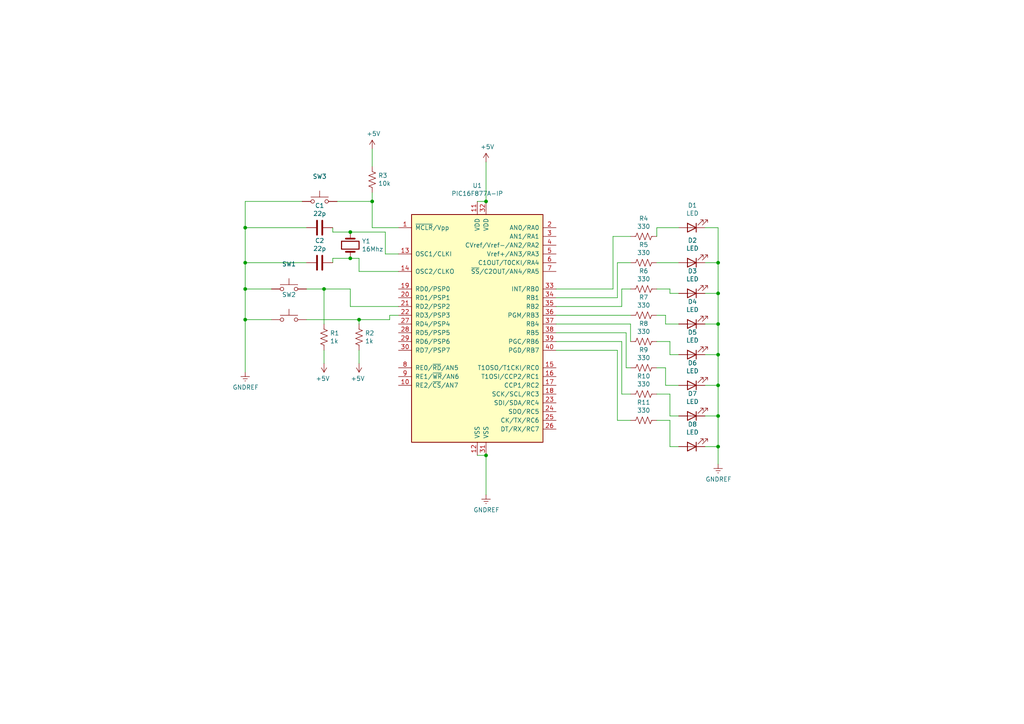
<source format=kicad_sch>
(kicad_sch (version 20211123) (generator eeschema)
  (paper "A4")
  (lib_symbols
    (symbol "Device:C" (pin_numbers hide) (pin_names (offset 0.254))
      (property "Reference" "C" (at 0.635 2.54 0))
      (property "Value" "C" (at 0.635 -2.54 0))
      (symbol "C_0_1"
        (polyline (pts (xy -2.032 -0.762) (xy 2.032 -0.762)) (stroke (width 0.508)))
        (polyline (pts (xy -2.032 0.762) (xy 2.032 0.762)) (stroke (width 0.508)))
      )
      (symbol "C_1_1"
        (pin passive line (at 0 3.81 270) (length 2.794) (name "~") (number "1"))
        (pin passive line (at 0 -3.81 90) (length 2.794) (name "~") (number "2"))
      )
    )
    (symbol "Device:Crystal" (pin_numbers hide) (pin_names (offset 1.016) hide)
      (property "Reference" "Y" (at 0 3.81 0))
      (property "Value" "Crystal" (at 0 -3.81 0))
      (symbol "Crystal_0_1"
        (rectangle (start -1.143 2.54) (end 1.143 -2.54) (stroke (width 0.3048)))
        (polyline (pts (xy -2.54 0) (xy -1.905 0)))
        (polyline (pts (xy -1.905 -1.27) (xy -1.905 1.27)) (stroke (width 0.508)))
        (polyline (pts (xy 1.905 -1.27) (xy 1.905 1.27)) (stroke (width 0.508)))
        (polyline (pts (xy 2.54 0) (xy 1.905 0)))
      )
      (symbol "Crystal_1_1"
        (pin passive line (at -3.81 0 0) (length 1.27) (name "1") (number "1"))
        (pin passive line (at 3.81 0 180) (length 1.27) (name "2") (number "2"))
      )
    )
    (symbol "Device:LED" (pin_numbers hide) (pin_names (offset 1.016) hide)
      (property "Reference" "D" (at 0 2.54 0))
      (property "Value" "LED" (at 0 -2.54 0))
      (symbol "LED_0_1"
        (polyline (pts (xy -1.27 -1.27) (xy -1.27 1.27)) (stroke (width 0.254)))
        (polyline (pts (xy -1.27 0) (xy 1.27 0)))
        (polyline (pts (xy 1.27 -1.27) (xy 1.27 1.27) (xy -1.27 0) (xy 1.27 -1.27)) (stroke (width 0.254)))
        (polyline (pts (xy -3.048 -0.762) (xy -4.572 -2.286) (xy -3.81 -2.286) (xy -4.572 -2.286) (xy -4.572 -1.524)))
        (polyline (pts (xy -1.778 -0.762) (xy -3.302 -2.286) (xy -2.54 -2.286) (xy -3.302 -2.286) (xy -3.302 -1.524)))
      )
      (symbol "LED_1_1"
        (pin passive line (at -3.81 0 0) (length 2.54) (name "K") (number "1"))
        (pin passive line (at 3.81 0 180) (length 2.54) (name "A") (number "2"))
      )
    )
    (symbol "Device:R_US" (pin_numbers hide) (pin_names (offset 0))
      (property "Reference" "R" (at 2.54 0 90))
      (property "Value" "R_US" (at -2.54 0 90))
      (symbol "R_US_0_1"
        (polyline (pts (xy 0 -2.286) (xy 0 -2.54)))
        (polyline (pts (xy 0 2.286) (xy 0 2.54)))
        (polyline (pts (xy 0 -0.762) (xy 1.016 -1.143) (xy 0 -1.524) (xy -1.016 -1.905) (xy 0 -2.286)))
        (polyline (pts (xy 0 0.762) (xy 1.016 0.381) (xy 0 0) (xy -1.016 -0.381) (xy 0 -0.762)))
        (polyline (pts (xy 0 2.286) (xy 1.016 1.905) (xy 0 1.524) (xy -1.016 1.143) (xy 0 0.762)))
      )
      (symbol "R_US_1_1"
        (pin passive line (at 0 3.81 270) (length 1.27) (name "~") (number "1"))
        (pin passive line (at 0 -3.81 90) (length 1.27) (name "~") (number "2"))
      )
    )
    (symbol "MCU_Microchip_PIC16:PIC16F877A-IP" (pin_names (offset 1.016))
      (property "Reference" "U" (at 5.08 35.56 0))
      (property "Value" "PIC16F877A-IP" (at 5.08 33.02 0))
      (symbol "PIC16F877A-IP_0_1"
        (rectangle (start -19.05 31.75) (end 19.05 -34.29) (stroke (width 0.254)) (fill (type background)))
      )
      (symbol "PIC16F877A-IP_1_1"
        (pin input line (at -22.86 27.94 0) (length 3.81) (name "~{MCLR}/Vpp") (number "1"))
        (pin bidirectional line (at -22.86 -17.78 0) (length 3.81) (name "RE2/~{CS}/AN7") (number "10"))
        (pin power_in line (at 0 35.56 270) (length 3.81) (name "VDD") (number "11"))
        (pin power_in line (at 0 -38.1 90) (length 3.81) (name "VSS") (number "12"))
        (pin input line (at -22.86 20.32 0) (length 3.81) (name "OSC1/CLKI") (number "13"))
        (pin output line (at -22.86 15.24 0) (length 3.81) (name "OSC2/CLKO") (number "14"))
        (pin bidirectional line (at 22.86 -12.7 180) (length 3.81) (name "T1OSO/T1CKI/RC0") (number "15"))
        (pin bidirectional line (at 22.86 -15.24 180) (length 3.81) (name "T1OSI/CCP2/RC1") (number "16"))
        (pin bidirectional line (at 22.86 -17.78 180) (length 3.81) (name "CCP1/RC2") (number "17"))
        (pin bidirectional line (at 22.86 -20.32 180) (length 3.81) (name "SCK/SCL/RC3") (number "18"))
        (pin bidirectional line (at -22.86 10.16 0) (length 3.81) (name "RD0/PSP0") (number "19"))
        (pin bidirectional line (at 22.86 27.94 180) (length 3.81) (name "AN0/RA0") (number "2"))
        (pin bidirectional line (at -22.86 7.62 0) (length 3.81) (name "RD1/PSP1") (number "20"))
        (pin bidirectional line (at -22.86 5.08 0) (length 3.81) (name "RD2/PSP2") (number "21"))
        (pin bidirectional line (at -22.86 2.54 0) (length 3.81) (name "RD3/PSP3") (number "22"))
        (pin bidirectional line (at 22.86 -22.86 180) (length 3.81) (name "SDI/SDA/RC4") (number "23"))
        (pin bidirectional line (at 22.86 -25.4 180) (length 3.81) (name "SDO/RC5") (number "24"))
        (pin bidirectional line (at 22.86 -27.94 180) (length 3.81) (name "CK/TX/RC6") (number "25"))
        (pin bidirectional line (at 22.86 -30.48 180) (length 3.81) (name "DT/RX/RC7") (number "26"))
        (pin bidirectional line (at -22.86 0 0) (length 3.81) (name "RD4/PSP4") (number "27"))
        (pin bidirectional line (at -22.86 -2.54 0) (length 3.81) (name "RD5/PSP5") (number "28"))
        (pin bidirectional line (at -22.86 -5.08 0) (length 3.81) (name "RD6/PSP6") (number "29"))
        (pin bidirectional line (at 22.86 25.4 180) (length 3.81) (name "AN1/RA1") (number "3"))
        (pin bidirectional line (at -22.86 -7.62 0) (length 3.81) (name "RD7/PSP7") (number "30"))
        (pin power_in line (at 2.54 -38.1 90) (length 3.81) (name "VSS") (number "31"))
        (pin power_in line (at 2.54 35.56 270) (length 3.81) (name "VDD") (number "32"))
        (pin bidirectional line (at 22.86 10.16 180) (length 3.81) (name "INT/RB0") (number "33"))
        (pin bidirectional line (at 22.86 7.62 180) (length 3.81) (name "RB1") (number "34"))
        (pin bidirectional line (at 22.86 5.08 180) (length 3.81) (name "RB2") (number "35"))
        (pin bidirectional line (at 22.86 2.54 180) (length 3.81) (name "PGM/RB3") (number "36"))
        (pin bidirectional line (at 22.86 0 180) (length 3.81) (name "RB4") (number "37"))
        (pin bidirectional line (at 22.86 -2.54 180) (length 3.81) (name "RB5") (number "38"))
        (pin bidirectional line (at 22.86 -5.08 180) (length 3.81) (name "PGC/RB6") (number "39"))
        (pin bidirectional line (at 22.86 22.86 180) (length 3.81) (name "CVref/Vref-/AN2/RA2") (number "4"))
        (pin bidirectional line (at 22.86 -7.62 180) (length 3.81) (name "PGD/RB7") (number "40"))
        (pin bidirectional line (at 22.86 20.32 180) (length 3.81) (name "Vref+/AN3/RA3") (number "5"))
        (pin bidirectional line (at 22.86 17.78 180) (length 3.81) (name "C1OUT/T0CKI/RA4") (number "6"))
        (pin bidirectional line (at 22.86 15.24 180) (length 3.81) (name "~{SS}/C2OUT/AN4/RA5") (number "7"))
        (pin bidirectional line (at -22.86 -12.7 0) (length 3.81) (name "RE0/~{RD}/AN5") (number "8"))
        (pin bidirectional line (at -22.86 -15.24 0) (length 3.81) (name "RE1/~{WR}/AN6") (number "9"))
      )
    )
    (symbol "Switch:SW_MEC_5G" (pin_numbers hide) (pin_names (offset 1.016) hide)
      (property "Reference" "SW" (at 1.27 2.54 0))
      (property "Value" "SW_MEC_5G" (at 0 -1.524 0))
      (symbol "SW_MEC_5G_0_1"
        (circle (center -2.032 0) (radius 0.508))
        (polyline (pts (xy 0 1.27) (xy 0 3.048)))
        (polyline (pts (xy 2.54 1.27) (xy -2.54 1.27)))
        (circle (center 2.032 0) (radius 0.508))
        (pin passive line (at -5.08 0 0) (length 2.54) (name "A") (number "1"))
        (pin passive line (at 5.08 0 180) (length 2.54) (name "B") (number "3"))
      )
      (symbol "SW_MEC_5G_1_1"
        (pin passive line (at -5.08 0 0) (length 2.54) hide (name "A") (number "2"))
        (pin passive line (at 5.08 0 180) (length 2.54) hide (name "B") (number "4"))
      )
    )
    (symbol "power:+5V" (power) (pin_names (offset 0))
      (property "Value" "+5V" (at 0 3.556 0))
      (symbol "+5V_0_1"
        (polyline (pts (xy -0.762 1.27) (xy 0 2.54)))
        (polyline (pts (xy 0 0) (xy 0 2.54)))
        (polyline (pts (xy 0 2.54) (xy 0.762 1.27)))
      )
      (symbol "+5V_1_1"
        (pin power_in line (at 0 0 90) (length 0) hide (name "+5V") (number "1"))
      )
    )
    (symbol "power:GNDREF" (power) (pin_names (offset 0))
      (property "Value" "GNDREF" (at 0 -3.81 0))
      (symbol "GNDREF_0_1"
        (polyline (pts (xy -0.635 -1.905) (xy 0.635 -1.905)))
        (polyline (pts (xy -0.127 -2.54) (xy 0.127 -2.54)))
        (polyline (pts (xy 0 -1.27) (xy 0 0)))
        (polyline (pts (xy 1.27 -1.27) (xy -1.27 -1.27)))
      )
      (symbol "GNDREF_1_1"
        (pin power_in line (at 0 0 270) (length 0) hide (name "GNDREF") (number "1"))
      )
    )
  )
  (junction (at 71.12 66.04))
  (junction (at 208.28 102.87))
  (junction (at 208.28 120.65))
  (junction (at 208.28 93.98))
  (junction (at 104.14 92.71))
  (junction (at 71.12 92.71))
  (junction (at 93.98 83.82))
  (junction (at 71.12 76.2))
  (junction (at 107.95 58.42))
  (junction (at 208.28 85.09))
  (junction (at 140.97 132.08))
  (junction (at 101.6 74.93))
  (junction (at 101.6 67.31))
  (junction (at 140.97 58.42))
  (junction (at 71.12 83.82))
  (junction (at 208.28 111.76))
  (junction (at 208.28 129.54))
  (junction (at 208.28 76.2))
  (wire (pts (xy 179.07 76.2) (xy 182.88 76.2)))
  (wire (pts (xy 140.97 46.99) (xy 140.97 58.42)))
  (wire (pts (xy 193.04 93.98) (xy 196.85 93.98)))
  (wire (pts (xy 179.07 86.36) (xy 179.07 76.2)))
  (wire (pts (xy 208.28 76.2) (xy 208.28 85.09)))
  (wire (pts (xy 96.52 74.93) (xy 96.52 76.2)))
  (wire (pts (xy 208.28 66.04) (xy 208.28 76.2)))
  (wire (pts (xy 180.34 88.9) (xy 180.34 83.82)))
  (wire (pts (xy 161.29 99.06) (xy 180.34 99.06)))
  (wire (pts (xy 101.6 88.9) (xy 115.57 88.9)))
  (wire (pts (xy 138.43 132.08) (xy 140.97 132.08)))
  (wire (pts (xy 104.14 101.6) (xy 104.14 105.41)))
  (wire (pts (xy 194.31 129.54) (xy 196.85 129.54)))
  (wire (pts (xy 104.14 78.74) (xy 104.14 74.93)))
  (wire (pts (xy 96.52 67.31) (xy 96.52 66.04)))
  (wire (pts (xy 104.14 74.93) (xy 101.6 74.93)))
  (wire (pts (xy 107.95 58.42) (xy 107.95 66.04)))
  (wire (pts (xy 111.76 67.31) (xy 101.6 67.31)))
  (wire (pts (xy 194.31 121.92) (xy 194.31 129.54)))
  (wire (pts (xy 190.5 66.04) (xy 196.85 66.04)))
  (wire (pts (xy 101.6 83.82) (xy 101.6 88.9)))
  (wire (pts (xy 190.5 106.68) (xy 193.04 106.68)))
  (wire (pts (xy 190.5 76.2) (xy 196.85 76.2)))
  (wire (pts (xy 204.47 93.98) (xy 208.28 93.98)))
  (wire (pts (xy 180.34 83.82) (xy 182.88 83.82)))
  (wire (pts (xy 161.29 101.6) (xy 179.07 101.6)))
  (wire (pts (xy 97.79 58.42) (xy 107.95 58.42)))
  (wire (pts (xy 193.04 111.76) (xy 196.85 111.76)))
  (wire (pts (xy 194.31 99.06) (xy 194.31 102.87)))
  (wire (pts (xy 161.29 88.9) (xy 180.34 88.9)))
  (wire (pts (xy 179.07 121.92) (xy 182.88 121.92)))
  (wire (pts (xy 88.9 66.04) (xy 71.12 66.04)))
  (wire (pts (xy 190.5 83.82) (xy 194.31 83.82)))
  (wire (pts (xy 104.14 93.98) (xy 104.14 92.71)))
  (wire (pts (xy 71.12 58.42) (xy 71.12 66.04)))
  (wire (pts (xy 177.8 83.82) (xy 177.8 68.58)))
  (wire (pts (xy 161.29 96.52) (xy 181.61 96.52)))
  (wire (pts (xy 204.47 66.04) (xy 208.28 66.04)))
  (wire (pts (xy 71.12 76.2) (xy 71.12 83.82)))
  (wire (pts (xy 194.31 120.65) (xy 196.85 120.65)))
  (wire (pts (xy 161.29 93.98) (xy 182.88 93.98)))
  (wire (pts (xy 88.9 92.71) (xy 104.14 92.71)))
  (wire (pts (xy 190.5 121.92) (xy 194.31 121.92)))
  (wire (pts (xy 208.28 120.65) (xy 208.28 129.54)))
  (wire (pts (xy 179.07 101.6) (xy 179.07 121.92)))
  (wire (pts (xy 107.95 55.88) (xy 107.95 58.42)))
  (wire (pts (xy 180.34 99.06) (xy 180.34 114.3)))
  (wire (pts (xy 194.31 102.87) (xy 196.85 102.87)))
  (wire (pts (xy 177.8 68.58) (xy 182.88 68.58)))
  (wire (pts (xy 208.28 102.87) (xy 208.28 111.76)))
  (wire (pts (xy 208.28 93.98) (xy 208.28 102.87)))
  (wire (pts (xy 204.47 85.09) (xy 208.28 85.09)))
  (wire (pts (xy 71.12 66.04) (xy 71.12 76.2)))
  (wire (pts (xy 194.31 83.82) (xy 194.31 85.09)))
  (wire (pts (xy 87.63 58.42) (xy 71.12 58.42)))
  (wire (pts (xy 88.9 83.82) (xy 93.98 83.82)))
  (wire (pts (xy 71.12 92.71) (xy 71.12 107.95)))
  (wire (pts (xy 93.98 93.98) (xy 93.98 83.82)))
  (wire (pts (xy 161.29 91.44) (xy 182.88 91.44)))
  (wire (pts (xy 138.43 58.42) (xy 140.97 58.42)))
  (wire (pts (xy 208.28 85.09) (xy 208.28 93.98)))
  (wire (pts (xy 115.57 78.74) (xy 104.14 78.74)))
  (wire (pts (xy 140.97 132.08) (xy 140.97 143.51)))
  (wire (pts (xy 93.98 101.6) (xy 93.98 105.41)))
  (wire (pts (xy 182.88 93.98) (xy 182.88 99.06)))
  (wire (pts (xy 113.03 91.44) (xy 115.57 91.44)))
  (wire (pts (xy 204.47 120.65) (xy 208.28 120.65)))
  (wire (pts (xy 204.47 76.2) (xy 208.28 76.2)))
  (wire (pts (xy 71.12 83.82) (xy 78.74 83.82)))
  (wire (pts (xy 193.04 91.44) (xy 193.04 93.98)))
  (wire (pts (xy 93.98 83.82) (xy 101.6 83.82)))
  (wire (pts (xy 204.47 129.54) (xy 208.28 129.54)))
  (wire (pts (xy 204.47 111.76) (xy 208.28 111.76)))
  (wire (pts (xy 111.76 73.66) (xy 111.76 67.31)))
  (wire (pts (xy 107.95 43.18) (xy 107.95 48.26)))
  (wire (pts (xy 107.95 66.04) (xy 115.57 66.04)))
  (wire (pts (xy 181.61 96.52) (xy 181.61 106.68)))
  (wire (pts (xy 190.5 68.58) (xy 190.5 66.04)))
  (wire (pts (xy 78.74 92.71) (xy 71.12 92.71)))
  (wire (pts (xy 115.57 73.66) (xy 111.76 73.66)))
  (wire (pts (xy 204.47 102.87) (xy 208.28 102.87)))
  (wire (pts (xy 113.03 92.71) (xy 113.03 91.44)))
  (wire (pts (xy 101.6 74.93) (xy 96.52 74.93)))
  (wire (pts (xy 190.5 99.06) (xy 194.31 99.06)))
  (wire (pts (xy 208.28 129.54) (xy 208.28 134.62)))
  (wire (pts (xy 161.29 86.36) (xy 179.07 86.36)))
  (wire (pts (xy 104.14 92.71) (xy 113.03 92.71)))
  (wire (pts (xy 190.5 91.44) (xy 193.04 91.44)))
  (wire (pts (xy 190.5 114.3) (xy 194.31 114.3)))
  (wire (pts (xy 161.29 83.82) (xy 177.8 83.82)))
  (wire (pts (xy 101.6 67.31) (xy 96.52 67.31)))
  (wire (pts (xy 193.04 106.68) (xy 193.04 111.76)))
  (wire (pts (xy 194.31 85.09) (xy 196.85 85.09)))
  (wire (pts (xy 71.12 83.82) (xy 71.12 92.71)))
  (wire (pts (xy 181.61 106.68) (xy 182.88 106.68)))
  (wire (pts (xy 194.31 114.3) (xy 194.31 120.65)))
  (wire (pts (xy 180.34 114.3) (xy 182.88 114.3)))
  (wire (pts (xy 208.28 111.76) (xy 208.28 120.65)))
  (wire (pts (xy 88.9 76.2) (xy 71.12 76.2)))
  (symbol (lib_id "MCU_Microchip_PIC16:PIC16F877A-IP") (at 138.43 93.98 0) (unit 1)
    (property "Reference" "U1" (at 138.43 53.8226 0))
    (property "Value" "PIC16F877A-IP" (at 138.43 56.134 0))
    (property "Datasheet" "http://ww1.microchip.com/downloads/en/DeviceDoc/39582b.pdf" (effects hide))
  )
  (symbol (lib_id "Device:R_US") (at 107.95 52.07 0) (unit 1)
    (property "Reference" "R3" (at 109.6772 50.9016 0) (effects (justify left)))
    (property "Value" "10k" (at 109.6772 53.213 0) (effects (justify left)))
  )
  (symbol (lib_id "power:GNDREF") (at 208.28 134.62 0) (unit 1)
    (property "Reference" "#PWR06" (effects hide))
    (property "Value" "GNDREF" (at 208.407 139.0142 0))
  )
  (symbol (lib_id "Switch:SW_MEC_5G") (at 92.71 58.42 0) (unit 1)
    (property "Reference" "SW3" (at 92.71 51.181 0))
    (property "Value" "SW_MEC_5G" (effects hide))
    (property "Datasheet" "http://www.apem.com/int/index.php?controller=attachment&id_attachment=488" (effects hide))
  )
  (symbol (lib_id "Switch:SW_MEC_5G") (at 83.82 92.71 0) (unit 1)
    (property "Reference" "SW2" (at 83.82 85.471 0))
    (property "Value" "SW_MEC_5G" (effects hide))
    (property "Datasheet" "http://www.apem.com/int/index.php?controller=attachment&id_attachment=488" (effects hide))
  )
  (symbol (lib_id "Switch:SW_MEC_5G") (at 83.82 83.82 0) (unit 1)
    (property "Reference" "SW1" (at 83.82 76.581 0))
    (property "Value" "SW_MEC_5G" (effects hide))
    (property "Datasheet" "http://www.apem.com/int/index.php?controller=attachment&id_attachment=488" (effects hide))
  )
  (symbol (lib_id "Device:R_US") (at 186.69 68.58 270) (unit 1)
    (property "Reference" "R4" (at 186.69 63.373 90))
    (property "Value" "330" (at 186.69 65.6844 90))
  )
  (symbol (lib_id "Device:R_US") (at 186.69 76.2 270) (unit 1)
    (property "Reference" "R5" (at 186.69 70.993 90))
    (property "Value" "330" (at 186.69 73.3044 90))
  )
  (symbol (lib_id "Device:R_US") (at 186.69 83.82 270) (unit 1)
    (property "Reference" "R6" (at 186.69 78.613 90))
    (property "Value" "330" (at 186.69 80.9244 90))
  )
  (symbol (lib_id "Device:R_US") (at 186.69 91.44 270) (unit 1)
    (property "Reference" "R7" (at 186.69 86.233 90))
    (property "Value" "330" (at 186.69 88.5444 90))
  )
  (symbol (lib_id "Device:R_US") (at 186.69 99.06 270) (unit 1)
    (property "Reference" "R8" (at 186.69 93.853 90))
    (property "Value" "330" (at 186.69 96.1644 90))
  )
  (symbol (lib_id "Device:R_US") (at 186.69 106.68 270) (unit 1)
    (property "Reference" "R9" (at 186.69 101.473 90))
    (property "Value" "330" (at 186.69 103.7844 90))
  )
  (symbol (lib_id "Device:R_US") (at 186.69 114.3 270) (unit 1)
    (property "Reference" "R10" (at 186.69 109.093 90))
    (property "Value" "330" (at 186.69 111.4044 90))
  )
  (symbol (lib_id "Device:R_US") (at 186.69 121.92 270) (unit 1)
    (property "Reference" "R11" (at 186.69 116.713 90))
    (property "Value" "330" (at 186.69 119.0244 90))
  )
  (symbol (lib_id "Device:LED") (at 200.66 66.04 180) (unit 1)
    (property "Reference" "D1" (at 200.8378 59.563 0))
    (property "Value" "LED" (at 200.8378 61.8744 0))
  )
  (symbol (lib_id "Device:LED") (at 200.66 76.2 180) (unit 1)
    (property "Reference" "D2" (at 200.8378 69.723 0))
    (property "Value" "LED" (at 200.8378 72.0344 0))
  )
  (symbol (lib_id "Device:LED") (at 200.66 85.09 180) (unit 1)
    (property "Reference" "D3" (at 200.8378 78.613 0))
    (property "Value" "LED" (at 200.8378 80.9244 0))
  )
  (symbol (lib_id "Device:LED") (at 200.66 93.98 180) (unit 1)
    (property "Reference" "D4" (at 200.8378 87.503 0))
    (property "Value" "LED" (at 200.8378 89.8144 0))
  )
  (symbol (lib_id "Device:LED") (at 200.66 102.87 180) (unit 1)
    (property "Reference" "D5" (at 200.8378 96.393 0))
    (property "Value" "LED" (at 200.8378 98.7044 0))
  )
  (symbol (lib_id "Device:LED") (at 200.66 111.76 180) (unit 1)
    (property "Reference" "D6" (at 200.8378 105.283 0))
    (property "Value" "LED" (at 200.8378 107.5944 0))
  )
  (symbol (lib_id "Device:LED") (at 200.66 120.65 180) (unit 1)
    (property "Reference" "D7" (at 200.8378 114.173 0))
    (property "Value" "LED" (at 200.8378 116.4844 0))
  )
  (symbol (lib_id "Device:LED") (at 200.66 129.54 180) (unit 1)
    (property "Reference" "D8" (at 200.8378 123.063 0))
    (property "Value" "LED" (at 200.8378 125.3744 0))
  )
  (symbol (lib_id "power:+5V") (at 107.95 43.18 0) (unit 1)
    (property "Reference" "#PWR02" (effects hide))
    (property "Value" "+5V" (at 108.331 38.7858 0))
  )
  (symbol (lib_id "power:+5V") (at 140.97 46.99 0) (unit 1)
    (property "Reference" "#PWR03" (effects hide))
    (property "Value" "+5V" (at 141.351 42.5958 0))
  )
  (symbol (lib_id "power:GNDREF") (at 140.97 143.51 0) (unit 1)
    (property "Reference" "#PWR04" (effects hide))
    (property "Value" "GNDREF" (at 141.097 147.9042 0))
  )
  (symbol (lib_id "power:GNDREF") (at 71.12 107.95 0) (unit 1)
    (property "Reference" "#PWR01" (effects hide))
    (property "Value" "GNDREF" (at 71.247 112.3442 0))
  )
  (symbol (lib_id "Device:R_US") (at 104.14 97.79 0) (unit 1)
    (property "Reference" "R2" (at 105.8672 96.6216 0) (effects (justify left)))
    (property "Value" "1k" (at 105.8672 98.933 0) (effects (justify left)))
  )
  (symbol (lib_id "Device:R_US") (at 93.98 97.79 0) (unit 1)
    (property "Reference" "R1" (at 95.7072 96.6216 0) (effects (justify left)))
    (property "Value" "1k" (at 95.7072 98.933 0) (effects (justify left)))
  )
  (symbol (lib_id "Device:Crystal") (at 101.6 71.12 270) (unit 1)
    (property "Reference" "Y1" (at 104.9274 69.9516 90) (effects (justify left)))
    (property "Value" "16Mhz" (at 104.9274 72.263 90) (effects (justify left)))
  )
  (symbol (lib_id "Device:C") (at 92.71 66.04 270) (unit 1)
    (property "Reference" "C1" (at 92.71 59.6392 90))
    (property "Value" "22p" (at 92.71 61.9506 90))
  )
  (symbol (lib_id "Device:C") (at 92.71 76.2 270) (unit 1)
    (property "Reference" "C2" (at 92.71 69.7992 90))
    (property "Value" "22p" (at 92.71 72.1106 90))
  )
  (symbol (lib_id "power:+5V") (at 104.14 105.41 180) (unit 1)
    (property "Reference" "#PWR?" (effects hide))
    (property "Value" "+5V" (at 103.759 109.8042 0))
  )
  (symbol (lib_id "power:+5V") (at 93.98 105.41 180) (unit 1)
    (property "Reference" "#PWR?" (effects hide))
    (property "Value" "+5V" (at 93.599 109.8042 0))
  )
)
</source>
